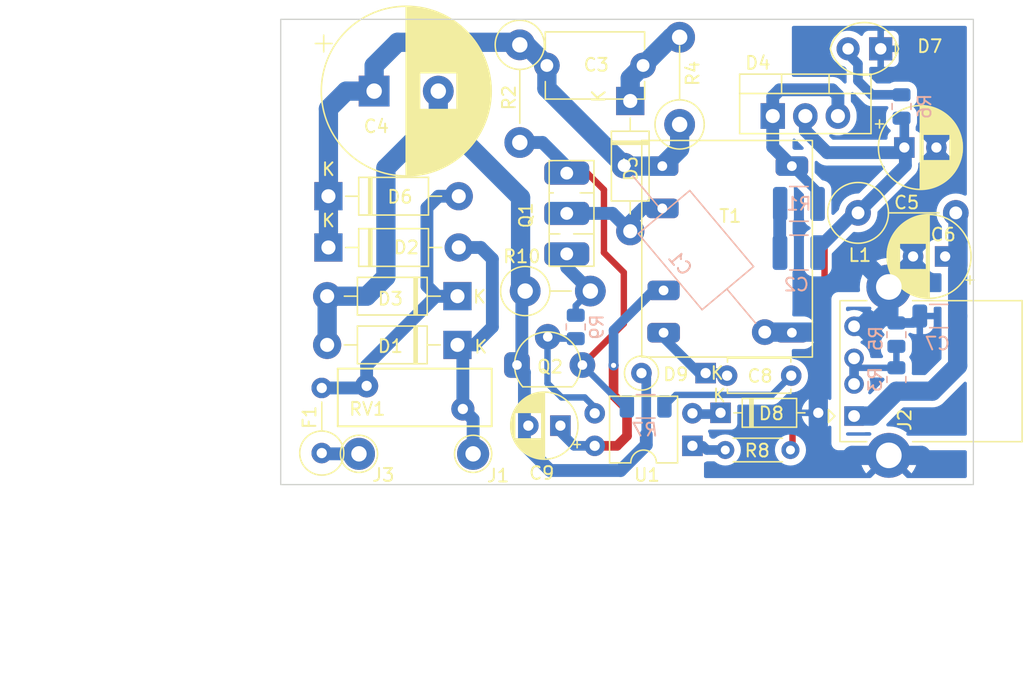
<source format=kicad_pcb>
(kicad_pcb (version 20221018) (generator pcbnew)
  (layers (0 "F.Cu" signal) (31 "B.Cu" signal) (34 "B.Paste" user) (35 "F.Paste" user) (36 "B.SilkS" user "B.Silkscreen") (37 "F.SilkS" user "F.Silkscreen") (38 "B.Mask" user) (39 "F.Mask" user) (44 "Edge.Cuts" user))
  (net 0 "")
  (net 1 "GNDREF")
  (net 2 "Net-(C2-Pad1)")
  (net 3 "Net-(C2-Pad2)")
  (net 4 "Net-(C3-Pad2)")
  (net 5 "GNDA")
  (net 6 "Net-(C6-Pad1)")
  (net 7 "Net-(C8-Pad1)")
  (net 8 "Net-(D3-Pad1)")
  (net 9 "Net-(D5-Pad2)")
  (net 10 "Net-(D7-Pad2)")
  (net 11 "Net-(D8-Pad1)")
  (net 12 "Net-(Q1-Pad1)")
  (net 13 "Net-(Q1-Pad3)")
  (net 14 "Net-(Q2-Pad2)")
  (net 15 "Net-(C8-Pad2)")
  (net 16 "Net-(C9-Pad1)")
  (net 17 "Net-(D1-Pad1)")
  (net 18 "Net-(F1-Pad1)")
  (net 19 "Net-(J2-Pad2)")
  (net 20 "Net-(R8-Pad2)")
  (net 21 "Net-(D4-Pad1)")
  (net 23 "Net-(C1-Pad2)")
  (footprint "Resistor_THT:R_Axial_DIN0309_L9.0mm_D3.2mm_P5.08mm_Vertical" (layer "F.Cu") (at 83.2 128.84 90)
    (fp_text reference "F1" (at 2.79 -0.95 90) (layer "F.SilkS"))
    (fp_text value "2A")
    (pad "1" thru_hole circle (at 0 0 90) (size 1.6 1.6) (drill 0.8) (layers "*.Cu" "*.Mask") (net 18 "Net-(F1-Pad1)"))
    (pad "2" thru_hole oval (at 5.08 0 90) (size 1.6 1.6) (drill 0.8) (layers "*.Cu" "*.Mask") (net 8 "Net-(D3-Pad1)"))
  )
  (footprint "Capacitor_THT:CP_Radial_D6.3mm_P2.50mm" (layer "F.Cu") (at 131.8 113.5 180)
    (fp_text reference "C6" (at 0.15 1.7) (layer "F.SilkS"))
    (fp_text value "470u/6.3V")
    (pad "1" thru_hole rect (at 0 0 180) (size 1.6 1.6) (drill 0.8) (layers "*.Cu" "*.Mask") (net 6 "Net-(C6-Pad1)"))
    (pad "2" thru_hole circle (at 2.5 0 180) (size 1.6 1.6) (drill 0.8) (layers "*.Cu" "*.Mask") (net 1 "GNDREF"))
  )
  (footprint "Capacitor_THT:CP_Radial_D13.0mm_P5.00mm" (layer "F.Cu") (at 87.284785 100.6)
    (fp_text reference "C4" (at 0.165215 2.75) (layer "F.SilkS"))
    (fp_text value "22u/400V")
    (pad "1" thru_hole rect (at 0 0) (size 2.4 2.4) (drill 1.2) (layers "*.Cu" "*.Mask") (net 23 "Net-(C1-Pad2)"))
    (pad "2" thru_hole circle (at 5 0) (size 2.4 2.4) (drill 1.2) (layers "*.Cu" "*.Mask") (net 5 "GNDA"))
  )
  (footprint "Connector_USB:USB_A_CONNFLY_DS1095-WNR0" (layer "F.Cu") (at 124.7 125.95 90)
    (fp_text reference "J2" (at -0.3 3.95 90) (layer "F.SilkS"))
    (fp_text value "USB_A")
    (pad "1" thru_hole rect (at 0 0 90) (size 1.524 1.524) (drill 0.92) (layers "*.Cu" "*.Mask") (net 6 "Net-(C6-Pad1)"))
    (pad "2" thru_hole circle (at 2.5 0 90) (size 1.524 1.524) (drill 0.92) (layers "*.Cu" "*.Mask") (net 19 "Net-(J2-Pad2)"))
    (pad "3" thru_hole circle (at 4.5 0 90) (size 1.524 1.524) (drill 0.92) (layers "*.Cu" "*.Mask"))
    (pad "4" thru_hole circle (at 7 0 90) (size 1.524 1.524) (drill 0.92) (layers "*.Cu" "*.Mask") (net 1 "GNDREF"))
    (pad "5" thru_hole circle (at -3.07 2.71 90) (size 3.5 3.5) (drill 2) (layers "*.Cu" "*.Mask") (net 1 "GNDREF"))
    (pad "5" thru_hole circle (at 10.07 2.71 90) (size 3.5 3.5) (drill 2) (layers "*.Cu" "*.Mask") (net 1 "GNDREF"))
  )
  (footprint "Capacitor_THT:CP_Radial_D5.0mm_P2.50mm" (layer "F.Cu") (at 101.805113 126.7 180)
    (fp_text reference "C9" (at 1.455113 -3.7) (layer "F.SilkS"))
    (fp_text value "22u/50V")
    (pad "1" thru_hole rect (at 0 0 180) (size 1.6 1.6) (drill 0.8) (layers "*.Cu" "*.Mask") (net 16 "Net-(C9-Pad1)"))
    (pad "2" thru_hole circle (at 2.5 0 180) (size 1.6 1.6) (drill 0.8) (layers "*.Cu" "*.Mask") (net 5 "GNDA"))
  )
  (footprint "TestPoint:TestPoint_THTPad_D2.5mm_Drill1.2mm" (layer "F.Cu") (at 86.1 128.9)
    (fp_text reference "J3" (at 1.9 1.65) (layer "F.SilkS"))
    (fp_text value "Conn_01x01_Female")
    (pad "1" thru_hole circle (at 0 0) (size 2.5 2.5) (drill 1.2) (layers "*.Cu" "*.Mask") (net 18 "Net-(F1-Pad1)"))
  )
  (footprint "Diode_THT:D_DO-41_SOD81_P10.16mm_Horizontal" (layer "F.Cu") (at 93.78 116.6 180)
    (fp_text reference "D3" (at 5.23 -0.2) (layer "F.SilkS"))
    (fp_text value "1N4007")
    (fp_text user "K" (at -1.72 -0.05) (layer "F.SilkS"))
    (pad "1" thru_hole rect (at 0 0 180) (size 2.2 2.2) (drill 1.1) (layers "*.Cu" "*.Mask") (net 8 "Net-(D3-Pad1)"))
    (pad "2" thru_hole oval (at 10.16 0 180) (size 2.2 2.2) (drill 1.1) (layers "*.Cu" "*.Mask") (net 5 "GNDA"))
  )
  (footprint "Capacitor_THT:C_Disc_D4.7mm_W2.5mm_P5.00mm" (layer "F.Cu") (at 114.8 122.8)
    (fp_text reference "C8" (at 2.57 0.03) (layer "F.SilkS"))
    (fp_text value "47n")
    (pad "1" thru_hole circle (at 0 0) (size 1.6 1.6) (drill 0.8) (layers "*.Cu" "*.Mask") (net 7 "Net-(C8-Pad1)"))
    (pad "2" thru_hole circle (at 5 0) (size 1.6 1.6) (drill 0.8) (layers "*.Cu" "*.Mask") (net 15 "Net-(C8-Pad2)"))
  )
  (footprint "Induktor_cewki:Transformer_EE16_7.15_4.8" (layer "F.Cu") (at 115.15 113.05)
    (fp_text reference "T1" (at -0.1 -2.7 unlocked) (layer "F.SilkS"))
    (fp_text value "Transformer_1P_2S")
    (pad "1" thru_hole roundrect (at -5.4 -6.6) (size 2.5 1.524) (drill 0.762) (layers "*.Cu" "*.Mask") (net 23 "Net-(C1-Pad2)"))
    (pad "2" thru_hole roundrect (at -5.4 -3.3) (size 2.54 1.524) (drill 0.762) (layers "*.Cu" "*.Mask") (net 9 "Net-(D5-Pad2)"))
    (pad "3" thru_hole roundrect (at -5.3 6.4) (size 2.54 1.524) (drill 0.762) (layers "*.Cu" "*.Mask") (net 7 "Net-(C8-Pad1)"))
    (pad "4" thru_hole roundrect (at -5.3 3.1) (size 2.5 1.524) (drill 0.762) (layers "*.Cu" "*.Mask") (net 16 "Net-(C9-Pad1)"))
    (pad "5" thru_hole roundrect (at 4.7 -6.6) (size 2.54 1.524) (drill 0.762) (layers "*.Cu" "*.Mask") (net 21 "Net-(D4-Pad1)"))
    (pad "6" thru_hole roundrect (at 4.7 6.4) (size 2.54 1.524) (drill 0.762) (layers "*.Cu" "*.Mask") (net 1 "GNDREF"))
  )
  (footprint "Package_TO_SOT_THT:TO-220-3_Vertical" (layer "F.Cu") (at 118.36 102.545)
    (fp_text reference "D4" (at -1.16 -4.145) (layer "F.SilkS"))
    (fp_text value "STTH1002CB")
    (pad "1" thru_hole rect (at 0 0) (size 1.905 2) (drill 1.1) (layers "*.Cu" "*.Mask") (net 21 "Net-(D4-Pad1)"))
    (pad "2" thru_hole oval (at 2.54 0) (size 1.905 2) (drill 1.1) (layers "*.Cu" "*.Mask") (net 2 "Net-(C2-Pad1)"))
    (pad "3" thru_hole oval (at 5.08 0) (size 1.905 2) (drill 1.1) (layers "*.Cu" "*.Mask") (net 21 "Net-(D4-Pad1)"))
  )
  (footprint "Varistor:RV_Disc_D12mm_W4.5mm_P7.5mm" (layer "F.Cu") (at 86.7 123.6)
    (fp_text reference "RV1" (at 0.05 1.8) (layer "F.SilkS"))
    (fp_text value "471")
    (pad "1" thru_hole circle (at 0 0) (size 1.8 1.8) (drill 0.8) (layers "*.Cu" "*.Mask") (net 8 "Net-(D3-Pad1)"))
    (pad "2" thru_hole circle (at 7.5 1.8) (size 1.8 1.8) (drill 0.8) (layers "*.Cu" "*.Mask") (net 17 "Net-(D1-Pad1)"))
  )
  (footprint "Capacitor_THT:C_Disc_D7.5mm_W5.0mm_P7.50mm" (layer "F.Cu") (at 100.75 98.6)
    (fp_text reference "C3" (at 3.85 -0.05) (layer "F.SilkS"))
    (fp_text value "510n/1kV")
    (pad "1" thru_hole circle (at 0 0) (size 2 2) (drill 1) (layers "*.Cu" "*.Mask") (net 23 "Net-(C1-Pad2)"))
    (pad "2" thru_hole circle (at 7.5 0) (size 2 2) (drill 1) (layers "*.Cu" "*.Mask") (net 4 "Net-(C3-Pad2)"))
  )
  (footprint "Resistor_THT:R_Axial_DIN0204_L3.6mm_D1.6mm_P5.08mm_Horizontal" (layer "F.Cu") (at 119.74 128.6 180)
    (fp_text reference "R8" (at 2.59 -0.05) (layer "F.SilkS"))
    (fp_text value "33")
    (pad "1" thru_hole circle (at 0 0 180) (size 1.4 1.4) (drill 0.7) (layers "*.Cu" "*.Mask") (net 2 "Net-(C2-Pad1)"))
    (pad "2" thru_hole oval (at 5.08 0 180) (size 1.4 1.4) (drill 0.7) (layers "*.Cu" "*.Mask") (net 20 "Net-(R8-Pad2)"))
  )
  (footprint "Diode_THT:D_DO-41_SOD81_P10.16mm_Horizontal" (layer "F.Cu") (at 107.25 101.37 -90)
    (fp_text reference "D5" (at 5.28 -0.05 -90) (layer "F.SilkS"))
    (fp_text value "1N4007")
    (fp_text user "K" (at -0.37 2.45 -90) (layer "F.SilkS"))
    (pad "1" thru_hole rect (at 0 0 270) (size 2.2 2.2) (drill 1.1) (layers "*.Cu" "*.Mask") (net 4 "Net-(C3-Pad2)"))
    (pad "2" thru_hole oval (at 10.16 0 270) (size 2.2 2.2) (drill 1.1) (layers "*.Cu" "*.Mask") (net 9 "Net-(D5-Pad2)"))
  )
  (footprint "Diode_THT:D_DO-35_SOD27_P7.62mm_Horizontal" (layer "F.Cu") (at 114.29 125.7)
    (fp_text reference "D8" (at 3.96 0.05) (layer "F.SilkS"))
    (fp_text value "4V7")
    (fp_text user "K" (at -0.09 -1.35) (layer "F.SilkS"))
    (pad "1" thru_hole rect (at 0 0) (size 1.6 1.6) (drill 0.8) (layers "*.Cu" "*.Mask") (net 11 "Net-(D8-Pad1)"))
    (pad "2" thru_hole oval (at 7.62 0) (size 1.6 1.6) (drill 0.8) (layers "*.Cu" "*.Mask") (net 1 "GNDREF"))
  )
  (footprint "Diode_THT:D_DO-35_SOD27_P2.54mm_Vertical_KathodeUp" (layer "F.Cu") (at 112.225686 122.6 180)
    (fp_text reference "D9" (at 1.425686 -0.1 180) (layer "F.SilkS"))
    (fp_text value "1N4148")
    (fp_text user "K" (at -1.8 0 180) (layer "F.SilkS"))
    (pad "1" thru_hole rect (at -0.9 0 180) (size 1.6 1.6) (drill 0.8) (layers "*.Cu" "*.Mask") (net 7 "Net-(C8-Pad1)"))
    (pad "2" thru_hole oval (at 4.1 0 180) (size 1.6 1.6) (drill 0.8) (layers "*.Cu" "*.Mask") (net 5 "GNDA"))
  )
  (footprint "LED_THT:LED_Oval_W5.2mm_H3.8mm" (layer "F.Cu") (at 126.775 97.3 180)
    (fp_text reference "D7" (at -3.825 0.2) (layer "F.SilkS"))
    (fp_text value "Led red")
    (pad "1" thru_hole rect (at 0 0 180) (size 1.8 1.8) (drill 0.9) (layers "*.Cu" "*.Mask") (net 1 "GNDREF"))
    (pad "2" thru_hole circle (at 2.54 0 180) (size 1.8 1.8) (drill 0.9) (layers "*.Cu" "*.Mask") (net 10 "Net-(D7-Pad2)"))
  )
  (footprint "Diode_THT:D_DO-41_SOD81_P10.16mm_Horizontal" (layer "F.Cu") (at 83.72 112.8)
    (fp_text reference "D2" (at 6.08 0) (layer "F.SilkS"))
    (fp_text value "1N4007")
    (fp_text user "K" (at 0 -2.1) (layer "F.SilkS"))
    (pad "1" thru_hole rect (at 0 0) (size 2.2 2.2) (drill 1.1) (layers "*.Cu" "*.Mask") (net 23 "Net-(C1-Pad2)"))
    (pad "2" thru_hole oval (at 10.16 0) (size 2.2 2.2) (drill 1.1) (layers "*.Cu" "*.Mask") (net 17 "Net-(D1-Pad1)"))
  )
  (footprint "Resistor_THT:R_Axial_DIN0411_L9.9mm_D3.6mm_P5.08mm_Vertical" (layer "F.Cu") (at 99.06 116.2)
    (fp_text reference "R10" (at -0.26 -2.7) (layer "F.SilkS"))
    (fp_text value "2")
    (pad "1" thru_hole circle (at 0 0) (size 2.4 2.4) (drill 1.2) (layers "*.Cu" "*.Mask") (net 5 "GNDA"))
    (pad "2" thru_hole oval (at 5.08 0) (size 2.4 2.4) (drill 1.2) (layers "*.Cu" "*.Mask") (net 13 "Net-(Q1-Pad3)"))
  )
  (footprint "Package_TO_SOT_THT:TO-126-3_Vertical" (layer "F.Cu") (at 102.3 107.6 -90)
    (fp_text reference "Q1" (at 2.69 3.175 90) (layer "F.SilkS"))
    (fp_text value "MJE13003")
    (pad "1" thru_hole roundrect (at -0.6 0) (size 3.5 1.8) (drill 1) (layers "*.Cu" "*.Mask") (net 12 "Net-(Q1-Pad1)"))
    (pad "2" thru_hole roundrect (at 2.54 0) (size 3.5 1.8) (drill 1) (layers "*.Cu" "*.Mask") (net 9 "Net-(D5-Pad2)"))
    (pad "3" thru_hole roundrect (at 5.7 0) (size 3.5 1.8) (drill 1) (layers "*.Cu" "*.Mask") (net 13 "Net-(Q1-Pad3)"))
  )
  (footprint "Resistor_THT:R_Axial_DIN0411_L9.9mm_D3.6mm_P7.62mm_Vertical" (layer "F.Cu") (at 111.1 103.2 90)
    (fp_text reference "R4" (at 3.98 1.02 90) (layer "F.SilkS"))
    (fp_text value "33k")
    (pad "1" thru_hole circle (at 0 0 90) (size 2.4 2.4) (drill 1.2) (layers "*.Cu" "*.Mask") (net 23 "Net-(C1-Pad2)"))
    (pad "2" thru_hole oval (at 6.8 0 90) (size 2.4 2.4) (drill 1.2) (layers "*.Cu" "*.Mask") (net 4 "Net-(C3-Pad2)"))
  )
  (footprint "Diode_THT:D_DO-41_SOD81_P10.16mm_Horizontal" (layer "F.Cu") (at 83.72 108.8)
    (fp_text reference "D6" (at 5.58 0.05) (layer "F.SilkS"))
    (fp_text value "1N4007")
    (fp_text user "K" (at 0 -2.1) (layer "F.SilkS"))
    (pad "1" thru_hole rect (at 0 0) (size 2.2 2.2) (drill 1.1) (layers "*.Cu" "*.Mask") (net 23 "Net-(C1-Pad2)"))
    (pad "2" thru_hole oval (at 10.16 0) (size 2.2 2.2) (drill 1.1) (layers "*.Cu" "*.Mask") (net 8 "Net-(D3-Pad1)"))
  )
  (footprint "TestPoint:TestPoint_THTPad_D2.5mm_Drill1.2mm" (layer "F.Cu") (at 95 128.9)
    (fp_text reference "J1" (at 1.95 1.7) (layer "F.SilkS"))
    (fp_text value "Conn_01x01_Female")
    (pad "1" thru_hole circle (at 0 0) (size 2.5 2.5) (drill 1.2) (layers "*.Cu" "*.Mask") (net 17 "Net-(D1-Pad1)"))
  )
  (footprint "Package_TO_SOT_THT:TO-92L" (layer "F.Cu") (at 99.52 121.97)
    (fp_text reference "Q2" (at 1.48 0.13) (layer "F.SilkS"))
    (fp_text value "2N3903")
    (pad "1" thru_hole roundrect (at -1.1 0) (size 2 2) (drill 0.75) (layers "*.Cu" "*.Mask") (net 5 "GNDA"))
    (pad "2" thru_hole circle (at 1.3 -2.2) (size 2 2) (drill 0.75) (layers "*.Cu" "*.Mask") (net 14 "Net-(Q2-Pad2)"))
    (pad "3" thru_hole circle (at 4 0) (size 2 2) (drill 0.75) (layers "*.Cu" "*.Mask") (net 12 "Net-(Q1-Pad1)"))
  )
  (footprint "Resistor_THT:R_Axial_DIN0411_L9.9mm_D3.6mm_P7.62mm_Vertical" (layer "F.Cu") (at 98.64 96.99 -90)
    (fp_text reference "R2" (at 4.12 0.84 -90) (layer "F.SilkS"))
    (fp_text value "1M5/0.5W")
    (pad "1" thru_hole circle (at 0 0 270) (size 2.4 2.4) (drill 1.2) (layers "*.Cu" "*.Mask") (net 23 "Net-(C1-Pad2)"))
    (pad "2" thru_hole oval (at 7.62 0 270) (size 2.4 2.4) (drill 1.2) (layers "*.Cu" "*.Mask") (net 12 "Net-(Q1-Pad1)"))
  )
  (footprint "Diode_THT:D_DO-41_SOD81_P10.16mm_Horizontal" (layer "F.Cu") (at 93.78 120.4 180)
    (fp_text reference "D1" (at 5.23 -0.1) (layer "F.SilkS"))
    (fp_text value "1N4007")
    (fp_text user "K" (at -1.82 -0.15) (layer "F.SilkS"))
    (pad "1" thru_hole rect (at 0 0 180) (size 2.2 2.2) (drill 1.1) (layers "*.Cu" "*.Mask") (net 17 "Net-(D1-Pad1)"))
    (pad "2" thru_hole oval (at 10.16 0 180) (size 2.2 2.2) (drill 1.1) (layers "*.Cu" "*.Mask") (net 5 "GNDA"))
  )
  (footprint "Package_DIP:DIP-4_W7.62mm" (layer "F.Cu") (at 112.1 128.275 180)
    (fp_text reference "U1" (at 3.55 -2.275) (layer "F.SilkS"))
    (fp_text value "PC817")
    (pad "1" thru_hole rect (at 0 0 180) (size 1.6 1.6) (drill 0.8) (layers "*.Cu" "*.Mask") (net 20 "Net-(R8-Pad2)"))
    (pad "2" thru_hole oval (at 0 2.54 180) (size 1.6 1.6) (drill 0.8) (layers "*.Cu" "*.Mask") (net 11 "Net-(D8-Pad1)"))
    (pad "3" thru_hole oval (at 7.62 2.54 180) (size 1.6 1.6) (drill 0.8) (layers "*.Cu" "*.Mask") (net 14 "Net-(Q2-Pad2)"))
    (pad "4" thru_hole oval (at 7.62 0 180) (size 1.6 1.6) (drill 0.8) (layers "*.Cu" "*.Mask") (net 16 "Net-(C9-Pad1)"))
  )
  (footprint "Inductor_THT:L_Axial_L11.0mm_D4.5mm_P7.62mm_Vertical_Fastron_MECC" (layer "F.Cu") (at 125.01 110.1)
    (fp_text reference "L1" (at 0.14 3.3) (layer "F.SilkS"))
    (fp_text value "4.7uH")
    (pad "1" thru_hole circle (at 0 0) (size 2 2) (drill 1) (layers "*.Cu" "*.Mask") (net 2 "Net-(C2-Pad1)"))
    (pad "2" thru_hole oval (at 7.62 0) (size 2 2) (drill 1) (layers "*.Cu" "*.Mask") (net 6 "Net-(C6-Pad1)"))
  )
  (footprint "Capacitor_THT:CP_Radial_D6.3mm_P2.50mm" (layer "F.Cu") (at 128.617621 105)
    (fp_text reference "C5" (at 0.182379 4.3) (layer "F.SilkS"))
    (fp_text value "470u/6.3V")
    (pad "1" thru_hole rect (at 0 0) (size 1.6 1.6) (drill 0.8) (layers "*.Cu" "*.Mask") (net 2 "Net-(C2-Pad1)"))
    (pad "2" thru_hole circle (at 2.5 0) (size 1.6 1.6) (drill 0.8) (layers "*.Cu" "*.Mask") (net 1 "GNDREF"))
  )
  (footprint "Capacitor_THT:C_Disc_D7.5mm_W5.0mm_P10.00mm" (layer "B.Cu") (at 112.3 113 130)
    (fp_text reference "C1" (at -0.05 -1.55 130) (layer "B.SilkS") (effects (justify mirror)))
    (fp_text value "1n / 1kV")
    (pad "1" thru_hole circle (at -8.4 0.05 130) (size 2 2) (drill 1) (layers "*.Cu" "*.Mask") (net 1 "GNDREF"))
    (pad "2" thru_hole circle (at 8.6 0 130) (size 2 2) (drill 1) (layers "*.Cu" "*.Mask") (net 23 "Net-(C1-Pad2)"))
  )
  (footprint "Resistor_SMD:R_0805_2012Metric" (layer "B.Cu") (at 128.4 101.8 90)
    (fp_text reference "R6" (at 0 1.8 90) (layer "B.SilkS") (effects (justify mirror)))
    (fp_text value "1k")
    (pad "1" smd roundrect (at -0.9125 0 90) (size 1.025 1.4) (layers "B.Cu" "B.Paste" "B.Mask") (roundrect_rratio 0.243902439) (net 2 "Net-(C2-Pad1)"))
    (pad "2" smd roundrect (at 0.9125 0 90) (size 1.025 1.4) (layers "B.Cu" "B.Paste" "B.Mask") (roundrect_rratio 0.243902439) (net 10 "Net-(D7-Pad2)"))
  )
  (footprint "Resistor_SMD:R_1206_3216Metric" (layer "B.Cu") (at 108.45 125.2)
    (fp_text reference "R7" (at 0 1.82) (layer "B.SilkS") (effects (font (thickness 0.15) italic) (justify mirror)))
    (fp_text value "1k")
    (pad "1" smd roundrect (at -1.4625 0) (size 1.125 1.75) (layers "B.Cu" "B.Paste" "B.Mask") (roundrect_rratio 0.2222222222) (net 12 "Net-(Q1-Pad1)"))
    (pad "2" smd roundrect (at 1.4625 0) (size 1.125 1.75) (layers "B.Cu" "B.Paste" "B.Mask") (roundrect_rratio 0.2222222222) (net 15 "Net-(C8-Pad2)"))
  )
  (footprint "Resistor_SMD:R_0805_2012Metric" (layer "B.Cu") (at 128 123.1 -90)
    (fp_text reference "R3" (at 0 1.65 90) (layer "B.SilkS") (effects (justify mirror)))
    (fp_text value "10k")
    (pad "1" smd roundrect (at -0.9125 0 270) (size 1.025 1.4) (layers "B.Cu" "B.Paste" "B.Mask") (roundrect_rratio 0.243902439) (net 19 "Net-(J2-Pad2)"))
    (pad "2" smd roundrect (at 0.9125 0 270) (size 1.025 1.4) (layers "B.Cu" "B.Paste" "B.Mask") (roundrect_rratio 0.243902439) (net 6 "Net-(C6-Pad1)"))
  )
  (footprint "Resistor_SMD:R_1210_3225Metric" (layer "B.Cu") (at 120.4 109.4 180)
    (fp_text reference "R1" (at 0 0) (layer "B.SilkS") (effects (justify mirror)))
    (fp_text value "20")
    (pad "1" smd roundrect (at -1.4625 0 180) (size 1.125 2.65) (layers "B.Cu" "B.Paste" "B.Mask") (roundrect_rratio 0.2222222222) (net 21 "Net-(D4-Pad1)"))
    (pad "2" smd roundrect (at 1.4625 0 180) (size 1.125 2.65) (layers "B.Cu" "B.Paste" "B.Mask") (roundrect_rratio 0.2222222222) (net 3 "Net-(C2-Pad2)"))
  )
  (footprint "Capacitor_SMD:C_1210_3225Metric" (layer "B.Cu") (at 120.4 113.2 180)
    (fp_text reference "C2" (at 0.2 -2.5) (layer "B.SilkS") (effects (justify mirror)))
    (fp_text value "1n /400V")
    (pad "1" smd roundrect (at -1.475 0 180) (size 1.15 2.7) (layers "B.Cu" "B.Paste" "B.Mask") (roundrect_rratio 0.2173913043) (net 2 "Net-(C2-Pad1)"))
    (pad "2" smd roundrect (at 1.475 0 180) (size 1.15 2.7) (layers "B.Cu" "B.Paste" "B.Mask") (roundrect_rratio 0.2173913043) (net 3 "Net-(C2-Pad2)"))
  )
  (footprint "Resistor_SMD:R_0805_2012Metric" (layer "B.Cu") (at 128 119.6 -90)
    (fp_text reference "R5" (at 0.3 1.6 90) (layer "B.SilkS") (effects (justify mirror)))
    (fp_text value "10k")
    (pad "1" smd roundrect (at -0.9125 0 270) (size 1.025 1.4) (layers "B.Cu" "B.Paste" "B.Mask") (roundrect_rratio 0.243902439) (net 1 "GNDREF"))
    (pad "2" smd roundrect (at 0.9125 0 270) (size 1.025 1.4) (layers "B.Cu" "B.Paste" "B.Mask") (roundrect_rratio 0.243902439) (net 19 "Net-(J2-Pad2)"))
  )
  (footprint "Resistor_SMD:R_0805_2012Metric" (layer "B.Cu") (at 103 119 90)
    (fp_text reference "R9" (at 0 1.65 90) (layer "B.SilkS") (effects (justify mirror)))
    (fp_text value "33")
    (pad "1" smd roundrect (at -0.9125 0 90) (size 1.025 1.4) (layers "B.Cu" "B.Paste" "B.Mask") (roundrect_rratio 0.243902439) (net 14 "Net-(Q2-Pad2)"))
    (pad "2" smd roundrect (at 0.9125 0 90) (size 1.025 1.4) (layers "B.Cu" "B.Paste" "B.Mask") (roundrect_rratio 0.243902439) (net 13 "Net-(Q1-Pad3)"))
  )
  (footprint "Capacitor_SMD:C_1206_3216Metric" (layer "B.Cu") (at 131.3 118.15)
    (fp_text reference "C7" (at -0.1 2.15) (layer "B.SilkS") (effects (justify mirror)))
    (fp_text value "100n")
    (pad "1" smd roundrect (at -1.475 0) (size 1.15 1.8) (layers "B.Cu" "B.Paste" "B.Mask") (roundrect_rratio 0.2173913043) (net 1 "GNDREF"))
    (pad "2" smd roundrect (at 1.475 0) (size 1.15 1.8) (layers "B.Cu" "B.Paste" "B.Mask") (roundrect_rratio 0.2173913043) (net 6 "Net-(C6-Pad1)"))
  )
  (gr_rect (start 80 95) (end 134 131.3) (stroke (width 0.1)) (fill none) (layer "Edge.Cuts"))
  (segment (start 127.41 129.02) (end 129.92 129.02) (width 1.5) (layer "B.Cu") (net 1))
  (segment (start 127.41 118.0975) (end 127.41 117.16002) (width 0.5) (layer "B.Cu") (net 1))
  (segment (start 117.737718 119.402634) (end 121.997366 119.402634) (width 1.5) (layer "B.Cu") (net 1))
  (segment (start 127.41 118.0975) (end 127.41 115.88) (width 1.5) (layer "B.Cu") (net 1))
  (segment (start 129.2875 118.6875) (end 129.825 118.15) (width 0.75) (layer "B.Cu") (net 1))
  (segment (start 121.9 127) (end 121.91 126.99) (width 1.5) (layer "B.Cu") (net 1))
  (segment (start 121.91 124.11) (end 121.91 125.7) (width 1.5) (layer "B.Cu") (net 1))
  (segment (start 122 119.4) (end 121.997366 119.402634) (width 1.5) (layer "B.Cu") (net 1))
  (segment (start 129.3 113.99) (end 127.41 115.88) (width 1.5) (layer "B.Cu") (net 1))
  (segment (start 131.117621 106.082379) (end 131.1 106.1) (width 1.5) (layer "B.Cu") (net 1))
  (segment (start 126.12002 118.95) (end 127.41 117.66002) (width 1.5) (layer "B.Cu") (net 1))
  (segment (start 127.41 115.88) (end 127.41 116.03998) (width 1.5) (layer "B.Cu") (net 1))
  (segment (start 131.117621 105) (end 131.117621 106.082379) (width 1.5) (layer "B.Cu") (net 1))
  (segment (start 131.117621 105) (end 131.117621 103.717621) (width 1.5) (layer "B.Cu") (net 1))
  (segment (start 124.7 118.95) (end 126.12002 118.95) (width 1.5) (layer "B.Cu") (net 1))
  (segment (start 129.3 113.5) (end 129.3 113.99) (width 1.5) (layer "B.Cu") (net 1))
  (segment (start 127.41 115.88) (end 125.23 113.7) (width 1.5) (layer "B.Cu") (net 1))
  (segment (start 128 118.6875) (end 129.2875 118.6875) (width 0.75) (layer "B.Cu") (net 1))
  (segment (start 131.117621 103.717621) (end 131.1 103.7) (width 1.5) (layer "B.Cu") (net 1))
  (segment (start 128 118.6875) (end 127.41 118.0975) (width 0.5) (layer "B.Cu") (net 1))
  (segment (start 119.8 119.5) (end 119.85 119.45) (width 1) (layer "B.Cu") (net 1))
  (segment (start 129.92 129.02) (end 130.2 129.3) (width 1.5) (layer "B.Cu") (net 1))
  (segment (start 121.91 125.7) (end 121.91 126.99) (width 1.5) (layer "B.Cu") (net 1))
  (segment (start 124.58 129.02) (end 124.3 129.3) (width 1.5) (layer "B.Cu") (net 1))
  (segment (start 121.91 124.11) (end 121.9 124.1) (width 1.5) (layer "B.Cu") (net 1))
  (segment (start 125.23 113.7) (end 125.2 113.7) (width 1.5) (layer "B.Cu") (net 1))
  (segment (start 129.3 113.5) (end 129.3 112) (width 1.5) (layer "B.Cu") (net 1))
  (segment (start 127.41 129.02) (end 124.58 129.02) (width 1.5) (layer "B.Cu") (net 1))
  (segment (start 119.9 119.4) (end 119.85 119.45) (width 0.5) (layer "B.Cu") (net 1))
  (segment (start 119.9 125.1) (end 122.4 122.6) (width 0.5) (layer "F.Cu") (net 2))
  (segment (start 122.4 112.71) (end 125.01 110.1) (width 0.5) (layer "F.Cu") (net 2))
  (segment (start 119.74 128.6) (end 119.9 128.44) (width 0.5) (layer "F.Cu") (net 2))
  (segment (start 122.4 122.6) (end 122.4 112.71) (width 0.5) (layer "F.Cu") (net 2))
  (segment (start 119.9 128.44) (end 119.9 125.1) (width 0.5) (layer "F.Cu") (net 2))
  (segment (start 122.2 112.6) (end 124.7 110.1) (width 1) (layer "B.Cu") (net 2))
  (segment (start 128.7 106.4) (end 128.7 105.082379) (width 1) (layer "B.Cu") (net 2))
  (segment (start 124.7 110.1) (end 125.01 110.1) (width 1) (layer "B.Cu") (net 2))
  (segment (start 120.9 103.7) (end 122.6 105.4) (width 1) (layer "B.Cu") (net 2))
  (segment (start 128.617621 105) (end 128.617621 102.930121) (width 0.75) (layer "B.Cu") (net 2))
  (segment (start 128.6 102.9125) (end 128.7 102.9125) (width 0.75) (layer "B.Cu") (net 2))
  (segment (start 128.217621 105.4) (end 128.617621 105) (width 1) (layer "B.Cu") (net 2))
  (segment (start 120.9 102.545) (end 120.9 103.7) (width 1) (layer "B.Cu") (net 2))
  (segment (start 122.6 105.4) (end 128.217621 105.4) (width 1) (layer "B.Cu") (net 2))
  (segment (start 128.617621 102.930121) (end 128.6 102.9125) (width 0.75) (layer "B.Cu") (net 2))
  (segment (start 125.01 110.09) (end 128.7 106.4) (width 1) (layer "B.Cu") (net 2))
  (segment (start 125.01 110.1) (end 125.01 110.09) (width 1) (layer "B.Cu") (net 2))
  (segment (start 128.7 105.082379) (end 128.617621 105) (width 1) (layer "B.Cu") (net 2))
  (segment (start 118.9 112.425) (end 118.9 110.3625) (width 1) (layer "B.Cu") (net 3))
  (segment (start 107.25 101.37) (end 107.25 99.6) (width 1.5) (layer "B.Cu") (net 4))
  (segment (start 111.1 96.4) (end 110.45 96.4) (width 1.5) (layer "B.Cu") (net 4))
  (segment (start 110.45 96.4) (end 108.25 98.6) (width 1.5) (layer "B.Cu") (net 4))
  (segment (start 107.25 99.6) (end 108.25 98.6) (width 1.5) (layer "B.Cu") (net 4))
  (segment (start 108.25 98.75) (end 108.25 98.6) (width 1) (layer "B.Cu") (net 4))
  (segment (start 99 126.394887) (end 99 122.55) (width 1) (layer "B.Cu") (net 5))
  (segment (start 99 128.2) (end 101 130.2) (width 1) (layer "B.Cu") (net 5))
  (segment (start 99 126.3) (end 99.305113 126.605113) (width 0.5) (layer "B.Cu") (net 5))
  (segment (start 98.8 121.59) (end 98.8 116.46) (width 1) (layer "B.Cu") (net 5))
  (segment (start 101 130.2) (end 106.5 130.2) (width 1) (layer "B.Cu") (net 5))
  (segment (start 86.7 116.6) (end 83.62 116.6) (width 1.5) (layer "B.Cu") (net 5))
  (segment (start 88.2 115.1) (end 86.7 116.6) (width 1.5) (layer "B.Cu") (net 5))
  (segment (start 98.4 108.64) (end 98.7 108.94) (width 0.75) (layer "B.Cu") (net 5))
  (segment (start 98.42 121.97) (end 98.8 121.59) (width 1) (layer "B.Cu") (net 5))
  (segment (start 88.2 106.6) (end 88.2 115.1) (width 1.5) (layer "B.Cu") (net 5))
  (segment (start 92.284785 102.515215) (end 88.2 106.6) (width 1.5) (layer "B.Cu") (net 5))
  (segment (start 98.7 116.3) (end 98.7 108.9) (width 1.5) (layer "B.Cu") (net 5))
  (segment (start 106.5 130.2) (end 108.5 128.2) (width 1) (layer "B.Cu") (net 5))
  (segment (start 99.305113 126.7) (end 99.3 126.694887) (width 0.5) (layer "B.Cu") (net 5))
  (segment (start 98.7 108.9) (end 92.284785 102.484785) (width 1.5) (layer "B.Cu") (net 5))
  (segment (start 98.8 116.46) (end 99.06 116.2) (width 1) (layer "B.Cu") (net 5))
  (segment (start 83.62 120.4) (end 83.62 116.6) (width 1.5) (layer "B.Cu") (net 5))
  (segment (start 108.5 122.974314) (end 108.5 127.4) (width 0.75) (layer "B.Cu") (net 5))
  (segment (start 99 122.55) (end 98.42 121.97) (width 1) (layer "B.Cu") (net 5))
  (segment (start 99.3 126.694887) (end 99 126.394887) (width 1) (layer "B.Cu") (net 5))
  (segment (start 108.125686 122.6) (end 108.5 122.974314) (width 0.75) (layer "B.Cu") (net 5))
  (segment (start 99.305113 126.605113) (end 99.305113 126.7) (width 0.5) (layer "B.Cu") (net 5))
  (segment (start 108.5 128.2) (end 108.5 127.4) (width 1) (layer "B.Cu") (net 5))
  (segment (start 99 126.3) (end 99 128.2) (width 1) (layer "B.Cu") (net 5))
  (segment (start 92.284785 100.6) (end 92.284785 102.684785) (width 1.5) (layer "B.Cu") (net 5))
  (segment (start 132.8 110.27) (end 132.8 114.2) (width 1.5) (layer "B.Cu") (net 6))
  (segment (start 132.775 118.15) (end 132.775 114.475) (width 1.5) (layer "B.Cu") (net 6))
  (segment (start 128 124.0125) (end 130.7875 124.0125) (width 1.5) (layer "B.Cu") (net 6))
  (segment (start 126.0625 125.95) (end 128 124.0125) (width 1.5) (layer "B.Cu") (net 6))
  (segment (start 132.65 110.12) (end 132.8 110.27) (width 1.5) (layer "B.Cu") (net 6))
  (segment (start 132.63 110.1) (end 132.65 110.12) (width 1) (layer "B.Cu") (net 6))
  (segment (start 132.775 122.025) (end 132.775 118.15) (width 1.5) (layer "B.Cu") (net 6))
  (segment (start 124.7 125.95) (end 126.0625 125.95) (width 1.5) (layer "B.Cu") (net 6))
  (segment (start 130.7875 124.0125) (end 132.775 122.025) (width 1.5) (layer "B.Cu") (net 6))
  (segment (start 109.85 119.85) (end 109.85 119.45) (width 0.75) (layer "B.Cu") (net 7))
  (segment (start 113.125686 122.6) (end 114.6 122.6) (width 0.75) (layer "B.Cu") (net 7))
  (segment (start 112.6 122.6) (end 109.85 119.85) (width 0.75) (layer "B.Cu") (net 7))
  (segment (start 113.125686 122.6) (end 112.6 122.6) (width 0.75) (layer "B.Cu") (net 7))
  (segment (start 114.6 122.6) (end 114.8 122.8) (width 0.75) (layer "B.Cu") (net 7))
  (segment (start 91.4 109.7) (end 91.4 115.8) (width 1) (layer "B.Cu") (net 8))
  (segment (start 93.88 108.8) (end 92.3 108.8) (width 1) (layer "B.Cu") (net 8))
  (segment (start 92.2 116.6) (end 93.78 116.6) (width 1) (layer "B.Cu") (net 8))
  (segment (start 92.3 108.8) (end 91.4 109.7) (width 1) (layer "B.Cu") (net 8))
  (segment (start 86.54 123.76) (end 86.7 123.6) (width 1) (layer "B.Cu") (net 8))
  (segment (start 86.7 123.6) (end 86.7 122) (width 1) (layer "B.Cu") (net 8))
  (segment (start 92.1 116.6) (end 93.78 116.6) (width 1) (layer "B.Cu") (net 8))
  (segment (start 86.7 122) (end 92.1 116.6) (width 1) (layer "B.Cu") (net 8))
  (segment (start 83.2 123.76) (end 86.54 123.76) (width 1) (layer "B.Cu") (net 8))
  (segment (start 91.4 115.8) (end 92.2 116.6) (width 1) (layer "B.Cu") (net 8))
  (segment (start 107.25 111.53) (end 107.25 110.75) (width 1) (layer "B.Cu") (net 9))
  (segment (start 102.3 110.14) (end 105.86 110.14) (width 1) (layer "B.Cu") (net 9))
  (segment (start 107.25 110.75) (end 108.25 109.75) (width 1) (layer "B.Cu") (net 9))
  (segment (start 108.25 109.75) (end 109.75 109.75) (width 1) (layer "B.Cu") (net 9))
  (segment (start 105.86 110.14) (end 107.25 111.53) (width 1) (layer "B.Cu") (net 9))
  (segment (start 109.75 109.75) (end 109.75 109.98) (width 1) (layer "B.Cu") (net 9))
  (segment (start 125 99.8) (end 126.0875 100.8875) (width 0.75) (layer "B.Cu") (net 10))
  (segment (start 124.235 97.709022) (end 125 98.474022) (width 0.75) (layer "B.Cu") (net 10))
  (segment (start 125 98.474022) (end 125 99.8) (width 0.75) (layer "B.Cu") (net 10))
  (segment (start 124.235 97.3) (end 124.235 97.709022) (width 0.75) (layer "B.Cu") (net 10))
  (segment (start 126.0875 100.8875) (end 128.4 100.8875) (width 0.75) (layer "B.Cu") (net 10))
  (segment (start 112.1 125.735) (end 112.035 125.8) (width 0.5) (layer "B.Cu") (net 11))
  (segment (start 112.035 125.8) (end 112 125.8) (width 0.5) (layer "B.Cu") (net 11))
  (segment (start 112 125.8) (end 114.19 125.8) (width 0.75) (layer "B.Cu") (net 11))
  (segment (start 106.75 114.75) (end 105.2 113.2) (width 0.5) (layer "F.Cu") (net 12))
  (segment (start 105.2 108.3) (end 103.9 107) (width 0.5) (layer "F.Cu") (net 12))
  (segment (start 106.75 118.74) (end 106.75 114.75) (width 0.5) (layer "F.Cu") (net 12))
  (segment (start 103.52 121.97) (end 106.75 118.74) (width 0.5) (layer "F.Cu") (net 12))
  (segment (start 103.9 107) (end 102.3 107) (width 0.5) (layer "F.Cu") (net 12))
  (segment (start 105.2 113.2) (end 105.2 108.3) (width 0.5) (layer "F.Cu") (net 12))
  (segment (start 106.9875 125.2) (end 106.75 125.2) (width 0.5) (layer "B.Cu") (net 12))
  (segment (start 98.64 104.61) (end 100.41 104.61) (width 1) (layer "B.Cu") (net 12))
  (segment (start 102.3 106.5) (end 102.3 107) (width 1) (layer "B.Cu") (net 12))
  (segment (start 100.41 104.61) (end 102.3 106.5) (width 1) (layer "B.Cu") (net 12))
  (segment (start 106.75 125.2) (end 103.52 121.97) (width 0.5) (layer "B.Cu") (net 12))
  (segment (start 103 117.34) (end 104.14 116.2) (width 0.5) (layer "B.Cu") (net 13))
  (segment (start 104.14 116.2) (end 102.3 114.36) (width 1) (layer "B.Cu") (net 13))
  (segment (start 102.3 114.36) (end 102.3 113.3) (width 1) (layer "B.Cu") (net 13))
  (segment (start 103 118.0875) (end 103 117.34) (width 0.5) (layer "B.Cu") (net 13))
  (segment (start 100.8 123.4) (end 100.8 119.79) (width 0.5) (layer "B.Cu") (net 14))
  (segment (start 104.48 125.28) (end 103.7 124.5) (width 0.5) (layer "B.Cu") (net 14))
  (segment (start 100.9625 119.9125) (end 103 119.9125) (width 0.5) (layer "B.Cu") (net 14))
  (segment (start 100.82 119.77) (end 100.9625 119.9125) (width 0.5) (layer "B.Cu") (net 14))
  (segment (start 104.48 125.735) (end 104.48 125.28) (width 0.5) (layer "B.Cu") (net 14))
  (segment (start 100.8 119.79) (end 100.82 119.77) (width 0.5) (layer "B.Cu") (net 14))
  (segment (start 103.7 124.5) (end 101.9 124.5) (width 0.5) (layer "B.Cu") (net 14))
  (segment (start 101.9 124.5) (end 100.8 123.4) (width 0.5) (layer "B.Cu") (net 14))
  (segment (start 110.8125 124.3) (end 109.9125 125.2) (width 0.5) (layer "B.Cu") (net 15))
  (segment (start 119.8 122.8) (end 118.3 124.3) (width 0.5) (layer "B.Cu") (net 15))
  (segment (start 118.3 124.3) (end 110.8125 124.3) (width 0.5) (layer "B.Cu") (net 15))
  (segment (start 107 127.5) (end 106.225 128.275) (width 0.75) (layer "F.Cu") (net 16))
  (segment (start 105.95 122) (end 105.95 124.35) (width 0.75) (layer "F.Cu") (net 16))
  (segment (start 107 125.4) (end 107 127.5) (width 0.75) (layer "F.Cu") (net 16))
  (segment (start 105.95 122) (end 105.95 122.7) (width 0.5) (layer "F.Cu") (net 16))
  (segment (start 105.95 122.7) (end 105.9 122.75) (width 0.5) (layer "F.Cu") (net 16))
  (segment (start 105.95 124.35) (end 107 125.4) (width 0.75) (layer "F.Cu") (net 16))
  (segment (start 106.225 128.275) (end 104.48 128.275) (width 0.75) (layer "F.Cu") (net 16))
  (via (at 105.95 122) (size 0.8) (drill 0.4) (layers "F.Cu" "B.Cu") (net 16))
  (segment (start 101.805113 127.205113) (end 102.875 128.275) (width 0.75) (layer "B.Cu") (net 16))
  (segment (start 105.95 119.25) (end 109.05 116.15) (width 0.75) (layer "B.Cu") (net 16))
  (segment (start 109.05 116.15) (end 109.85 116.15) (width 0.75) (layer "B.Cu") (net 16))
  (segment (start 101.805113 126.7) (end 101.805113 127.205113) (width 0.75) (layer "B.Cu") (net 16))
  (segment (start 102.875 128.275) (end 104.48 128.275) (width 0.75) (layer "B.Cu") (net 16))
  (segment (start 105.95 122) (end 105.95 119.25) (width 0.75) (layer "B.Cu") (net 16))
  (segment (start 95.2 120.4) (end 93.78 120.4) (width 1) (layer "B.Cu") (net 17))
  (segment (start 95.6 112.8) (end 96.5 113.7) (width 1) (layer "B.Cu") (net 17))
  (segment (start 95.2 120.3) (end 95.2 120.4) (width 1) (layer "B.Cu") (net 17))
  (segment (start 95 126.2) (end 94.2 125.4) (width 1) (layer "B.Cu") (net 17))
  (segment (start 94.2 120.82) (end 93.78 120.4) (width 1) (layer "B.Cu") (net 17))
  (segment (start 95 128.9) (end 95 126.2) (width 1) (layer "B.Cu") (net 17))
  (segment (start 93.88 112.8) (end 95.6 112.8) (width 1) (layer "B.Cu") (net 17))
  (segment (start 94.2 125.4) (end 94.2 120.82) (width 1) (layer "B.Cu") (net 17))
  (segment (start 96.5 119) (end 95.2 120.3) (width 1) (layer "B.Cu") (net 17))
  (segment (start 96.5 113.7) (end 96.5 119) (width 1) (layer "B.Cu") (net 17))
  (segment (start 86.1 128.9) (end 83.26 128.9) (width 1) (layer "B.Cu") (net 18))
  (segment (start 83.26 128.9) (end 83.2 128.84) (width 1) (layer "B.Cu") (net 18))
  (segment (start 124.7125 122.1875) (end 128 122.1875) (width 0.5) (layer "B.Cu") (net 19))
  (segment (start 128 120.5125) (end 128 122.1875) (width 0.5) (layer "B.Cu") (net 19))
  (segment (start 125.05 121.1) (end 124.7 121.45) (width 0.5) (layer "B.Cu") (net 19))
  (segment (start 124.7 123.45) (end 124.7 121.45) (width 0.75) (layer "B.Cu") (net 19))
  (segment (start 124.7 122.2) (end 124.7125 122.1875) (width 0.5) (layer "B.Cu") (net 19))
  (segment (start 114.66 128.6) (end 113.225 128.6) (width 0.75) (layer "B.Cu") (net 20))
  (segment (start 113.225 128.6) (end 112.9 128.275) (width 0.75) (layer "B.Cu") (net 20))
  (segment (start 123 100.5) (end 123.44 100.94) (width 1) (layer "B.Cu") (net 21))
  (segment (start 121.8625 109.4) (end 121.8625 108.4625) (width 0.75) (layer "B.Cu") (net 21))
  (segment (start 121.8625 108.4625) (end 119.85 106.45) (width 0.75) (layer "B.Cu") (net 21))
  (segment (start 118.36 102.545) (end 118.36 101.04) (width 1) (layer "B.Cu") (net 21))
  (segment (start 118.36 102.545) (end 118.36 104.96) (width 1) (layer "B.Cu") (net 21))
  (segment (start 118.36 104.96) (end 119.85 106.45) (width 1) (layer "B.Cu") (net 21))
  (segment (start 123.44 100.94) (end 123.44 102.545) (width 1) (layer "B.Cu") (net 21))
  (segment (start 118.36 101.04) (end 118.9 100.5) (width 1) (layer "B.Cu") (net 21))
  (segment (start 118.9 100.5) (end 123 100.5) (width 1) (layer "B.Cu") (net 21))
  (segment (start 98.5 96.79) (end 98.5 96.8) (width 1.5) (layer "B.Cu") (net 23))
  (segment (start 106.810009 106.45) (end 106.772027 106.412018) (width 1.5) (layer "B.Cu") (net 23))
  (segment (start 99.14 96.99) (end 98.64 96.99) (width 1.5) (layer "B.Cu") (net 23))
  (segment (start 83.72 101.98) (end 83.72 108.8) (width 1.5) (layer "B.Cu") (net 23))
  (segment (start 87.284785 100.6) (end 87.284785 98.615215) (width 1.5) (layer "B.Cu") (net 23))
  (segment (start 100.75 98.6) (end 99.14 96.99) (width 1.5) (layer "B.Cu") (net 23))
  (segment (start 87.284785 98.615215) (end 89.11 96.79) (width 1.5) (layer "B.Cu") (net 23))
  (segment (start 89.11 96.79) (end 98.5 96.79) (width 1.5) (layer "B.Cu") (net 23))
  (segment (start 83.72 112.8) (end 83.72 108.8) (width 1.5) (layer "B.Cu") (net 23))
  (segment (start 109.75 106.45) (end 106.810009 106.45) (width 1.5) (layer "B.Cu") (net 23))
  (segment (start 100.75 100.389991) (end 100.75 98.6) (width 1.5) (layer "B.Cu") (net 23))
  (segment (start 106.772027 106.412018) (end 100.75 100.389991) (width 1.5) (layer "B.Cu") (net 23))
  (segment (start 87.284785 100.6) (end 85.1 100.6) (width 1.5) (layer "B.Cu") (net 23))
  (segment (start 85.1 100.6) (end 83.72 101.98) (width 1.5) (layer "B.Cu") (net 23))
  (segment (start 111.1 105.1) (end 109.75 106.45) (width 1.5) (layer "B.Cu") (net 23))
  (segment (start 111.1 103.2) (end 111.1 105.1) (width 1.5) (layer "B.Cu") (net 23))
  (zone (net 0) (net_name "") (layer "B.Cu") (connect_pads (clearance 0)) (min_thickness 0.254)
    (keepout (tracks not_allowed) (vias not_allowed) (pads not_allowed) (copperpour not_allowed) (footprints allowed))
    (fill (thermal_gap 0.508) (thermal_bridge_width 0.508))
    (polygon (pts (xy 92.15 122.3) (xy 88.95 122.3) (xy 88.95 131) (xy 92.15 131)))
  )
  (zone (net 1) (net_name "GNDREF") (layer "B.Cu") (connect_pads (clearance 0.508)) (min_thickness 0.254) (fill yes (thermal_gap 0.508) (thermal_bridge_width 0.508) (smoothing chamfer) (island_removal_mode 1) (island_area_min 0))
    (polygon (pts (xy 134.25 131.75) (xy 113 131.75) (xy 113 127) (xy 113 124) (xy 119.9 124) (xy 119.817647 119.370589) (xy 119.9 117.6) (xy 119.9 116.7) (xy 119.9 107.8) (xy 119.9 104.4) (xy 119.9 101) (xy 119.85 101) (xy 119.85 94.75) (xy 134.25 94.75)))
  )
)
</source>
